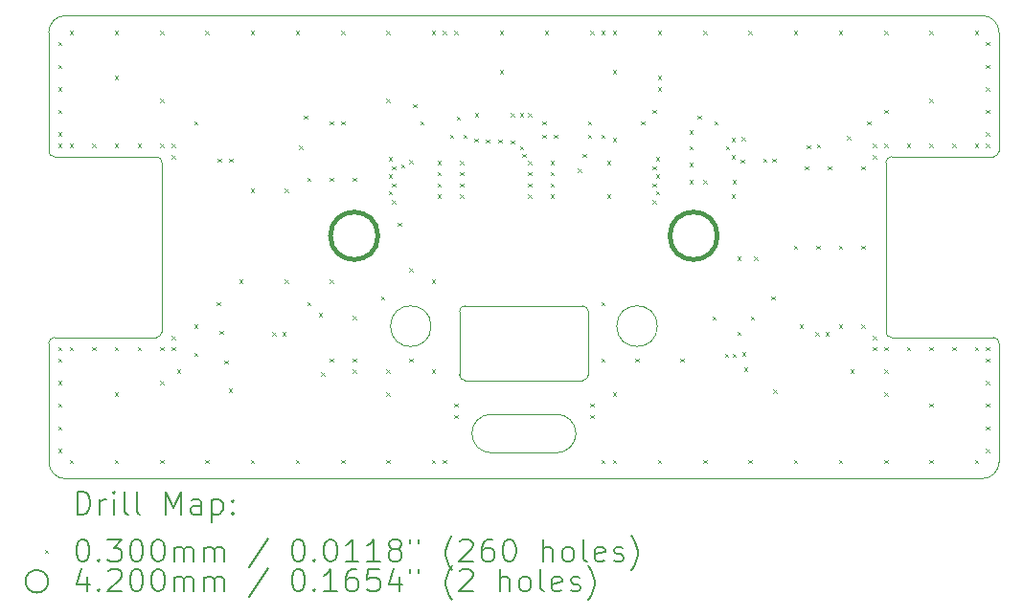
<source format=gbr>
%TF.GenerationSoftware,KiCad,Pcbnew,6.0.10+dfsg-1~bpo11+1*%
%TF.ProjectId,project,70726f6a-6563-4742-9e6b-696361645f70,rev?*%
%TF.SameCoordinates,Original*%
%TF.FileFunction,Drillmap*%
%TF.FilePolarity,Positive*%
%FSLAX45Y45*%
G04 Gerber Fmt 4.5, Leading zero omitted, Abs format (unit mm)*
%MOMM*%
%LPD*%
G01*
G04 APERTURE LIST*
%ADD10C,0.100000*%
%ADD11C,0.200000*%
%ADD12C,0.030000*%
%ADD13C,0.420000*%
G04 APERTURE END LIST*
D10*
X12776250Y-7053750D02*
G75*
G03*
X12626250Y-7203750I0J-150000D01*
G01*
X17116250Y-10923750D02*
G75*
G03*
X17116250Y-10583750I300J170000D01*
G01*
X17346250Y-10283750D02*
X16306250Y-10283750D01*
X16536250Y-10583750D02*
G75*
G03*
X16536250Y-10923750I-300J-170000D01*
G01*
X21026250Y-7203750D02*
G75*
G03*
X20876250Y-7053750I-150000J0D01*
G01*
X12626250Y-9953750D02*
X12626250Y-11003750D01*
X20826250Y-11153750D02*
X12826250Y-11153750D01*
X20026250Y-9853750D02*
X20026250Y-8353750D01*
X20076250Y-8303750D02*
X20976250Y-8303750D01*
X20876250Y-7053750D02*
X12776250Y-7053750D01*
X18006250Y-9803750D02*
G75*
G03*
X18006250Y-9803750I-180000J0D01*
G01*
X16256250Y-10233750D02*
X16256250Y-9673750D01*
X17396250Y-9673750D02*
G75*
G03*
X17346250Y-9623750I-50000J0D01*
G01*
X20976250Y-9903750D02*
X20076250Y-9903750D01*
X16306250Y-9623750D02*
G75*
G03*
X16256250Y-9673750I0J-50000D01*
G01*
X16006250Y-9803750D02*
G75*
G03*
X16006250Y-9803750I-180000J0D01*
G01*
X13576250Y-9903750D02*
G75*
G03*
X13626250Y-9853750I0J50000D01*
G01*
X17346250Y-10283750D02*
G75*
G03*
X17396250Y-10233750I0J50000D01*
G01*
X16536250Y-10583750D02*
X17116250Y-10583750D01*
X20026250Y-9853750D02*
G75*
G03*
X20076250Y-9903750I50000J0D01*
G01*
X13576250Y-9903750D02*
X12676250Y-9903750D01*
X12626250Y-11003750D02*
G75*
G03*
X12776250Y-11153750I150000J0D01*
G01*
X21026250Y-8253750D02*
X21026250Y-7203750D01*
X12626250Y-8253750D02*
G75*
G03*
X12676250Y-8303750I50000J0D01*
G01*
X20876250Y-11153750D02*
X20826250Y-11153750D01*
X17116250Y-10923750D02*
X16536250Y-10923750D01*
X12676250Y-9903750D02*
G75*
G03*
X12626250Y-9953750I0J-50000D01*
G01*
X20076250Y-8303750D02*
G75*
G03*
X20026250Y-8353750I0J-50000D01*
G01*
X17396250Y-9673750D02*
X17396250Y-10233750D01*
X20876250Y-11153750D02*
G75*
G03*
X21026250Y-11003750I0J150000D01*
G01*
X13626250Y-8353750D02*
X13626250Y-9853750D01*
X12626250Y-7203750D02*
X12626250Y-8253750D01*
X20976250Y-8303750D02*
G75*
G03*
X21026250Y-8253750I0J50000D01*
G01*
X13626250Y-8353750D02*
G75*
G03*
X13576250Y-8303750I-50000J0D01*
G01*
X21026250Y-9953750D02*
X21026250Y-11003750D01*
X16306250Y-9623750D02*
X17346250Y-9623750D01*
X12776250Y-11153750D02*
X12826250Y-11153750D01*
X12676250Y-8303750D02*
X13576250Y-8303750D01*
X16256250Y-10233750D02*
G75*
G03*
X16306250Y-10283750I50000J0D01*
G01*
X21026250Y-9953750D02*
G75*
G03*
X20976250Y-9903750I-50000J0D01*
G01*
D11*
D12*
X12711250Y-7288750D02*
X12741250Y-7318750D01*
X12741250Y-7288750D02*
X12711250Y-7318750D01*
X12711250Y-7488750D02*
X12741250Y-7518750D01*
X12741250Y-7488750D02*
X12711250Y-7518750D01*
X12711250Y-7688750D02*
X12741250Y-7718750D01*
X12741250Y-7688750D02*
X12711250Y-7718750D01*
X12711250Y-7888750D02*
X12741250Y-7918750D01*
X12741250Y-7888750D02*
X12711250Y-7918750D01*
X12711250Y-8088750D02*
X12741250Y-8118750D01*
X12741250Y-8088750D02*
X12711250Y-8118750D01*
X12711250Y-8188750D02*
X12741250Y-8218750D01*
X12741250Y-8188750D02*
X12711250Y-8218750D01*
X12711250Y-9988750D02*
X12741250Y-10018750D01*
X12741250Y-9988750D02*
X12711250Y-10018750D01*
X12711250Y-10088750D02*
X12741250Y-10118750D01*
X12741250Y-10088750D02*
X12711250Y-10118750D01*
X12711250Y-10288750D02*
X12741250Y-10318750D01*
X12741250Y-10288750D02*
X12711250Y-10318750D01*
X12711250Y-10488750D02*
X12741250Y-10518750D01*
X12741250Y-10488750D02*
X12711250Y-10518750D01*
X12711250Y-10688750D02*
X12741250Y-10718750D01*
X12741250Y-10688750D02*
X12711250Y-10718750D01*
X12711250Y-10888750D02*
X12741250Y-10918750D01*
X12741250Y-10888750D02*
X12711250Y-10918750D01*
X12811250Y-7188750D02*
X12841250Y-7218750D01*
X12841250Y-7188750D02*
X12811250Y-7218750D01*
X12811250Y-8188750D02*
X12841250Y-8218750D01*
X12841250Y-8188750D02*
X12811250Y-8218750D01*
X12811250Y-9988750D02*
X12841250Y-10018750D01*
X12841250Y-9988750D02*
X12811250Y-10018750D01*
X12811250Y-10988750D02*
X12841250Y-11018750D01*
X12841250Y-10988750D02*
X12811250Y-11018750D01*
X13011250Y-8188750D02*
X13041250Y-8218750D01*
X13041250Y-8188750D02*
X13011250Y-8218750D01*
X13011250Y-9988750D02*
X13041250Y-10018750D01*
X13041250Y-9988750D02*
X13011250Y-10018750D01*
X13211250Y-7188750D02*
X13241250Y-7218750D01*
X13241250Y-7188750D02*
X13211250Y-7218750D01*
X13211250Y-7588750D02*
X13241250Y-7618750D01*
X13241250Y-7588750D02*
X13211250Y-7618750D01*
X13211250Y-8188750D02*
X13241250Y-8218750D01*
X13241250Y-8188750D02*
X13211250Y-8218750D01*
X13211250Y-9988750D02*
X13241250Y-10018750D01*
X13241250Y-9988750D02*
X13211250Y-10018750D01*
X13211250Y-10388750D02*
X13241250Y-10418750D01*
X13241250Y-10388750D02*
X13211250Y-10418750D01*
X13211250Y-10988750D02*
X13241250Y-11018750D01*
X13241250Y-10988750D02*
X13211250Y-11018750D01*
X13411250Y-8188750D02*
X13441250Y-8218750D01*
X13441250Y-8188750D02*
X13411250Y-8218750D01*
X13411250Y-9988750D02*
X13441250Y-10018750D01*
X13441250Y-9988750D02*
X13411250Y-10018750D01*
X13611250Y-7188750D02*
X13641250Y-7218750D01*
X13641250Y-7188750D02*
X13611250Y-7218750D01*
X13611250Y-7788750D02*
X13641250Y-7818750D01*
X13641250Y-7788750D02*
X13611250Y-7818750D01*
X13611250Y-8188750D02*
X13641250Y-8218750D01*
X13641250Y-8188750D02*
X13611250Y-8218750D01*
X13611250Y-9988750D02*
X13641250Y-10018750D01*
X13641250Y-9988750D02*
X13611250Y-10018750D01*
X13611250Y-10288750D02*
X13641250Y-10318750D01*
X13641250Y-10288750D02*
X13611250Y-10318750D01*
X13611250Y-10988750D02*
X13641250Y-11018750D01*
X13641250Y-10988750D02*
X13611250Y-11018750D01*
X13711250Y-8188750D02*
X13741250Y-8218750D01*
X13741250Y-8188750D02*
X13711250Y-8218750D01*
X13711250Y-8288750D02*
X13741250Y-8318750D01*
X13741250Y-8288750D02*
X13711250Y-8318750D01*
X13711250Y-9888750D02*
X13741250Y-9918750D01*
X13741250Y-9888750D02*
X13711250Y-9918750D01*
X13711250Y-9988750D02*
X13741250Y-10018750D01*
X13741250Y-9988750D02*
X13711250Y-10018750D01*
X13761250Y-10188750D02*
X13791250Y-10218750D01*
X13791250Y-10188750D02*
X13761250Y-10218750D01*
X13911250Y-7988750D02*
X13941250Y-8018750D01*
X13941250Y-7988750D02*
X13911250Y-8018750D01*
X13911250Y-9788750D02*
X13941250Y-9818750D01*
X13941250Y-9788750D02*
X13911250Y-9818750D01*
X13911250Y-10038750D02*
X13941250Y-10068750D01*
X13941250Y-10038750D02*
X13911250Y-10068750D01*
X14011250Y-7188750D02*
X14041250Y-7218750D01*
X14041250Y-7188750D02*
X14011250Y-7218750D01*
X14011250Y-10988750D02*
X14041250Y-11018750D01*
X14041250Y-10988750D02*
X14011250Y-11018750D01*
X14111250Y-9588750D02*
X14141250Y-9618750D01*
X14141250Y-9588750D02*
X14111250Y-9618750D01*
X14121250Y-8318750D02*
X14151250Y-8348750D01*
X14151250Y-8318750D02*
X14121250Y-8348750D01*
X14134950Y-9845786D02*
X14164950Y-9875786D01*
X14164950Y-9845786D02*
X14134950Y-9875786D01*
X14177438Y-10104938D02*
X14207438Y-10134938D01*
X14207438Y-10104938D02*
X14177438Y-10134938D01*
X14217708Y-10358124D02*
X14247708Y-10388124D01*
X14247708Y-10358124D02*
X14217708Y-10388124D01*
X14221250Y-8318750D02*
X14251250Y-8348750D01*
X14251250Y-8318750D02*
X14221250Y-8348750D01*
X14311250Y-9388750D02*
X14341250Y-9418750D01*
X14341250Y-9388750D02*
X14311250Y-9418750D01*
X14411250Y-7188750D02*
X14441250Y-7218750D01*
X14441250Y-7188750D02*
X14411250Y-7218750D01*
X14411250Y-8588750D02*
X14441250Y-8618750D01*
X14441250Y-8588750D02*
X14411250Y-8618750D01*
X14411250Y-10988750D02*
X14441250Y-11018750D01*
X14441250Y-10988750D02*
X14411250Y-11018750D01*
X14601250Y-9858750D02*
X14631250Y-9888750D01*
X14631250Y-9858750D02*
X14601250Y-9888750D01*
X14691250Y-9858750D02*
X14721250Y-9888750D01*
X14721250Y-9858750D02*
X14691250Y-9888750D01*
X14711250Y-8588750D02*
X14741250Y-8618750D01*
X14741250Y-8588750D02*
X14711250Y-8618750D01*
X14711250Y-9388750D02*
X14741250Y-9418750D01*
X14741250Y-9388750D02*
X14711250Y-9418750D01*
X14811250Y-7188750D02*
X14841250Y-7218750D01*
X14841250Y-7188750D02*
X14811250Y-7218750D01*
X14811250Y-10988750D02*
X14841250Y-11018750D01*
X14841250Y-10988750D02*
X14811250Y-11018750D01*
X14841250Y-8206300D02*
X14871250Y-8236300D01*
X14871250Y-8206300D02*
X14841250Y-8236300D01*
X14881250Y-7938750D02*
X14911250Y-7968750D01*
X14911250Y-7938750D02*
X14881250Y-7968750D01*
X14911250Y-8488750D02*
X14941250Y-8518750D01*
X14941250Y-8488750D02*
X14911250Y-8518750D01*
X14911250Y-9588750D02*
X14941250Y-9618750D01*
X14941250Y-9588750D02*
X14911250Y-9618750D01*
X15011250Y-9688750D02*
X15041250Y-9718750D01*
X15041250Y-9688750D02*
X15011250Y-9718750D01*
X15033616Y-10211800D02*
X15063616Y-10241800D01*
X15063616Y-10211800D02*
X15033616Y-10241800D01*
X15111250Y-7988750D02*
X15141250Y-8018750D01*
X15141250Y-7988750D02*
X15111250Y-8018750D01*
X15111250Y-8488750D02*
X15141250Y-8518750D01*
X15141250Y-8488750D02*
X15111250Y-8518750D01*
X15111250Y-9388750D02*
X15141250Y-9418750D01*
X15141250Y-9388750D02*
X15111250Y-9418750D01*
X15111250Y-10088750D02*
X15141250Y-10118750D01*
X15141250Y-10088750D02*
X15111250Y-10118750D01*
X15211250Y-7188750D02*
X15241250Y-7218750D01*
X15241250Y-7188750D02*
X15211250Y-7218750D01*
X15211250Y-7988750D02*
X15241250Y-8018750D01*
X15241250Y-7988750D02*
X15211250Y-8018750D01*
X15211250Y-10988750D02*
X15241250Y-11018750D01*
X15241250Y-10988750D02*
X15211250Y-11018750D01*
X15311250Y-8488750D02*
X15341250Y-8518750D01*
X15341250Y-8488750D02*
X15311250Y-8518750D01*
X15311250Y-9711875D02*
X15341250Y-9741875D01*
X15341250Y-9711875D02*
X15311250Y-9741875D01*
X15311250Y-10088750D02*
X15341250Y-10118750D01*
X15341250Y-10088750D02*
X15311250Y-10118750D01*
X15311250Y-10188750D02*
X15341250Y-10218750D01*
X15341250Y-10188750D02*
X15311250Y-10218750D01*
X15561250Y-9538750D02*
X15591250Y-9568750D01*
X15591250Y-9538750D02*
X15561250Y-9568750D01*
X15611250Y-7188750D02*
X15641250Y-7218750D01*
X15641250Y-7188750D02*
X15611250Y-7218750D01*
X15611250Y-7788750D02*
X15641250Y-7818750D01*
X15641250Y-7788750D02*
X15611250Y-7818750D01*
X15611250Y-10188750D02*
X15641250Y-10218750D01*
X15641250Y-10188750D02*
X15611250Y-10218750D01*
X15611250Y-10388750D02*
X15641250Y-10418750D01*
X15641250Y-10388750D02*
X15611250Y-10418750D01*
X15611250Y-10988750D02*
X15641250Y-11018750D01*
X15641250Y-10988750D02*
X15611250Y-11018750D01*
X15631250Y-8308750D02*
X15661250Y-8338750D01*
X15661250Y-8308750D02*
X15631250Y-8338750D01*
X15631250Y-8458750D02*
X15661250Y-8488750D01*
X15661250Y-8458750D02*
X15631250Y-8488750D01*
X15631250Y-8608750D02*
X15661250Y-8638750D01*
X15661250Y-8608750D02*
X15631250Y-8638750D01*
X15661250Y-8388750D02*
X15691250Y-8418750D01*
X15691250Y-8388750D02*
X15661250Y-8418750D01*
X15661250Y-8538750D02*
X15691250Y-8568750D01*
X15691250Y-8538750D02*
X15661250Y-8568750D01*
X15661250Y-8688750D02*
X15691250Y-8718750D01*
X15691250Y-8688750D02*
X15661250Y-8718750D01*
X15711250Y-8888750D02*
X15741250Y-8918750D01*
X15741250Y-8888750D02*
X15711250Y-8918750D01*
X15741250Y-8368750D02*
X15771250Y-8398750D01*
X15771250Y-8368750D02*
X15741250Y-8398750D01*
X15811250Y-8332337D02*
X15841250Y-8362337D01*
X15841250Y-8332337D02*
X15811250Y-8362337D01*
X15811250Y-9288750D02*
X15841250Y-9318750D01*
X15841250Y-9288750D02*
X15811250Y-9318750D01*
X15811250Y-10088750D02*
X15841250Y-10118750D01*
X15841250Y-10088750D02*
X15811250Y-10118750D01*
X15848390Y-7835890D02*
X15878390Y-7865890D01*
X15878390Y-7835890D02*
X15848390Y-7865890D01*
X15911250Y-7988750D02*
X15941250Y-8018750D01*
X15941250Y-7988750D02*
X15911250Y-8018750D01*
X16011250Y-7188750D02*
X16041250Y-7218750D01*
X16041250Y-7188750D02*
X16011250Y-7218750D01*
X16011250Y-9388750D02*
X16041250Y-9418750D01*
X16041250Y-9388750D02*
X16011250Y-9418750D01*
X16011250Y-10188750D02*
X16041250Y-10218750D01*
X16041250Y-10188750D02*
X16011250Y-10218750D01*
X16011250Y-10988750D02*
X16041250Y-11018750D01*
X16041250Y-10988750D02*
X16011250Y-11018750D01*
X16061250Y-8338750D02*
X16091250Y-8368750D01*
X16091250Y-8338750D02*
X16061250Y-8368750D01*
X16061250Y-8438750D02*
X16091250Y-8468750D01*
X16091250Y-8438750D02*
X16061250Y-8468750D01*
X16061250Y-8538750D02*
X16091250Y-8568750D01*
X16091250Y-8538750D02*
X16061250Y-8568750D01*
X16061250Y-8638750D02*
X16091250Y-8668750D01*
X16091250Y-8638750D02*
X16061250Y-8668750D01*
X16111250Y-7188750D02*
X16141250Y-7218750D01*
X16141250Y-7188750D02*
X16111250Y-7218750D01*
X16111250Y-10988750D02*
X16141250Y-11018750D01*
X16141250Y-10988750D02*
X16111250Y-11018750D01*
X16171250Y-8108750D02*
X16201250Y-8138750D01*
X16201250Y-8108750D02*
X16171250Y-8138750D01*
X16211250Y-7188750D02*
X16241250Y-7218750D01*
X16241250Y-7188750D02*
X16211250Y-7218750D01*
X16211250Y-10488750D02*
X16241250Y-10518750D01*
X16241250Y-10488750D02*
X16211250Y-10518750D01*
X16211250Y-10588750D02*
X16241250Y-10618750D01*
X16241250Y-10588750D02*
X16211250Y-10618750D01*
X16231250Y-7948750D02*
X16261250Y-7978750D01*
X16261250Y-7948750D02*
X16231250Y-7978750D01*
X16261250Y-8338750D02*
X16291250Y-8368750D01*
X16291250Y-8338750D02*
X16261250Y-8368750D01*
X16261250Y-8438750D02*
X16291250Y-8468750D01*
X16291250Y-8438750D02*
X16261250Y-8468750D01*
X16261250Y-8538750D02*
X16291250Y-8568750D01*
X16291250Y-8538750D02*
X16261250Y-8568750D01*
X16261250Y-8638750D02*
X16291250Y-8668750D01*
X16291250Y-8638750D02*
X16261250Y-8668750D01*
X16291250Y-8108750D02*
X16321250Y-8138750D01*
X16321250Y-8108750D02*
X16291250Y-8138750D01*
X16387394Y-8142606D02*
X16417394Y-8172606D01*
X16417394Y-8142606D02*
X16387394Y-8172606D01*
X16391250Y-7918750D02*
X16421250Y-7948750D01*
X16421250Y-7918750D02*
X16391250Y-7948750D01*
X16491250Y-8148750D02*
X16521250Y-8178750D01*
X16521250Y-8148750D02*
X16491250Y-8178750D01*
X16600831Y-8152468D02*
X16630831Y-8182468D01*
X16630831Y-8152468D02*
X16600831Y-8182468D01*
X16611250Y-7188750D02*
X16641250Y-7218750D01*
X16641250Y-7188750D02*
X16611250Y-7218750D01*
X16611250Y-7538750D02*
X16641250Y-7568750D01*
X16641250Y-7538750D02*
X16611250Y-7568750D01*
X16711250Y-7918750D02*
X16741250Y-7948750D01*
X16741250Y-7918750D02*
X16711250Y-7948750D01*
X16711250Y-8158750D02*
X16741250Y-8188750D01*
X16741250Y-8158750D02*
X16711250Y-8188750D01*
X16791250Y-7918750D02*
X16821250Y-7948750D01*
X16821250Y-7918750D02*
X16791250Y-7948750D01*
X16791250Y-8208750D02*
X16821250Y-8238750D01*
X16821250Y-8208750D02*
X16791250Y-8238750D01*
X16811250Y-8278750D02*
X16841250Y-8308750D01*
X16841250Y-8278750D02*
X16811250Y-8308750D01*
X16861250Y-7918750D02*
X16891250Y-7948750D01*
X16891250Y-7918750D02*
X16861250Y-7948750D01*
X16861250Y-8338750D02*
X16891250Y-8368750D01*
X16891250Y-8338750D02*
X16861250Y-8368750D01*
X16861250Y-8438750D02*
X16891250Y-8468750D01*
X16891250Y-8438750D02*
X16861250Y-8468750D01*
X16861250Y-8538750D02*
X16891250Y-8568750D01*
X16891250Y-8538750D02*
X16861250Y-8568750D01*
X16861250Y-8638750D02*
X16891250Y-8668750D01*
X16891250Y-8638750D02*
X16861250Y-8668750D01*
X16991250Y-7988750D02*
X17021250Y-8018750D01*
X17021250Y-7988750D02*
X16991250Y-8018750D01*
X16991250Y-8108750D02*
X17021250Y-8138750D01*
X17021250Y-8108750D02*
X16991250Y-8138750D01*
X17011250Y-7188750D02*
X17041250Y-7218750D01*
X17041250Y-7188750D02*
X17011250Y-7218750D01*
X17061250Y-8338750D02*
X17091250Y-8368750D01*
X17091250Y-8338750D02*
X17061250Y-8368750D01*
X17061250Y-8438750D02*
X17091250Y-8468750D01*
X17091250Y-8438750D02*
X17061250Y-8468750D01*
X17061250Y-8538750D02*
X17091250Y-8568750D01*
X17091250Y-8538750D02*
X17061250Y-8568750D01*
X17061250Y-8638750D02*
X17091250Y-8668750D01*
X17091250Y-8638750D02*
X17061250Y-8668750D01*
X17091250Y-8108750D02*
X17121250Y-8138750D01*
X17121250Y-8108750D02*
X17091250Y-8138750D01*
X17301300Y-8408750D02*
X17331300Y-8438750D01*
X17331300Y-8408750D02*
X17301300Y-8438750D01*
X17344141Y-8275859D02*
X17374141Y-8305859D01*
X17374141Y-8275859D02*
X17344141Y-8305859D01*
X17391250Y-7988750D02*
X17421250Y-8018750D01*
X17421250Y-7988750D02*
X17391250Y-8018750D01*
X17391250Y-8108750D02*
X17421250Y-8138750D01*
X17421250Y-8108750D02*
X17391250Y-8138750D01*
X17411250Y-7188750D02*
X17441250Y-7218750D01*
X17441250Y-7188750D02*
X17411250Y-7218750D01*
X17411250Y-10488750D02*
X17441250Y-10518750D01*
X17441250Y-10488750D02*
X17411250Y-10518750D01*
X17411250Y-10588750D02*
X17441250Y-10618750D01*
X17441250Y-10588750D02*
X17411250Y-10618750D01*
X17511250Y-7188750D02*
X17541250Y-7218750D01*
X17541250Y-7188750D02*
X17511250Y-7218750D01*
X17511250Y-8108750D02*
X17541250Y-8138750D01*
X17541250Y-8108750D02*
X17511250Y-8138750D01*
X17511250Y-9588750D02*
X17541250Y-9618750D01*
X17541250Y-9588750D02*
X17511250Y-9618750D01*
X17511250Y-10088750D02*
X17541250Y-10118750D01*
X17541250Y-10088750D02*
X17511250Y-10118750D01*
X17511250Y-10988750D02*
X17541250Y-11018750D01*
X17541250Y-10988750D02*
X17511250Y-11018750D01*
X17561250Y-8338750D02*
X17591250Y-8368750D01*
X17591250Y-8338750D02*
X17561250Y-8368750D01*
X17561250Y-8638750D02*
X17591250Y-8668750D01*
X17591250Y-8638750D02*
X17561250Y-8668750D01*
X17611250Y-7188750D02*
X17641250Y-7218750D01*
X17641250Y-7188750D02*
X17611250Y-7218750D01*
X17611250Y-7538750D02*
X17641250Y-7568750D01*
X17641250Y-7538750D02*
X17611250Y-7568750D01*
X17611250Y-8138750D02*
X17641250Y-8168750D01*
X17641250Y-8138750D02*
X17611250Y-8168750D01*
X17611250Y-10388750D02*
X17641250Y-10418750D01*
X17641250Y-10388750D02*
X17611250Y-10418750D01*
X17611250Y-10988750D02*
X17641250Y-11018750D01*
X17641250Y-10988750D02*
X17611250Y-11018750D01*
X17811250Y-10088750D02*
X17841250Y-10118750D01*
X17841250Y-10088750D02*
X17811250Y-10118750D01*
X17861250Y-7988750D02*
X17891250Y-8018750D01*
X17891250Y-7988750D02*
X17861250Y-8018750D01*
X17961250Y-7888750D02*
X17991250Y-7918750D01*
X17991250Y-7888750D02*
X17961250Y-7918750D01*
X17961250Y-8388750D02*
X17991250Y-8418750D01*
X17991250Y-8388750D02*
X17961250Y-8418750D01*
X17961250Y-8538750D02*
X17991250Y-8568750D01*
X17991250Y-8538750D02*
X17961250Y-8568750D01*
X17961250Y-8688750D02*
X17991250Y-8718750D01*
X17991250Y-8688750D02*
X17961250Y-8718750D01*
X17991250Y-8308750D02*
X18021250Y-8338750D01*
X18021250Y-8308750D02*
X17991250Y-8338750D01*
X17991250Y-8458750D02*
X18021250Y-8488750D01*
X18021250Y-8458750D02*
X17991250Y-8488750D01*
X17991250Y-8608750D02*
X18021250Y-8638750D01*
X18021250Y-8608750D02*
X17991250Y-8638750D01*
X18011250Y-7188750D02*
X18041250Y-7218750D01*
X18041250Y-7188750D02*
X18011250Y-7218750D01*
X18011250Y-7588750D02*
X18041250Y-7618750D01*
X18041250Y-7588750D02*
X18011250Y-7618750D01*
X18011250Y-7688750D02*
X18041250Y-7718750D01*
X18041250Y-7688750D02*
X18011250Y-7718750D01*
X18011250Y-10988750D02*
X18041250Y-11018750D01*
X18041250Y-10988750D02*
X18011250Y-11018750D01*
X18211250Y-10088750D02*
X18241250Y-10118750D01*
X18241250Y-10088750D02*
X18211250Y-10118750D01*
X18291250Y-8068750D02*
X18321250Y-8098750D01*
X18321250Y-8068750D02*
X18291250Y-8098750D01*
X18291250Y-8208750D02*
X18321250Y-8238750D01*
X18321250Y-8208750D02*
X18291250Y-8238750D01*
X18291250Y-8358750D02*
X18321250Y-8388750D01*
X18321250Y-8358750D02*
X18291250Y-8388750D01*
X18291250Y-8508750D02*
X18321250Y-8538750D01*
X18321250Y-8508750D02*
X18291250Y-8538750D01*
X18361250Y-7938750D02*
X18391250Y-7968750D01*
X18391250Y-7938750D02*
X18361250Y-7968750D01*
X18411250Y-7188750D02*
X18441250Y-7218750D01*
X18441250Y-7188750D02*
X18411250Y-7218750D01*
X18411250Y-8508750D02*
X18441250Y-8538750D01*
X18441250Y-8508750D02*
X18411250Y-8538750D01*
X18411250Y-10988750D02*
X18441250Y-11018750D01*
X18441250Y-10988750D02*
X18411250Y-11018750D01*
X18491250Y-9718750D02*
X18521250Y-9748750D01*
X18521250Y-9718750D02*
X18491250Y-9748750D01*
X18511250Y-7988750D02*
X18541250Y-8018750D01*
X18541250Y-7988750D02*
X18511250Y-8018750D01*
X18601250Y-10048750D02*
X18631250Y-10078750D01*
X18631250Y-10048750D02*
X18601250Y-10078750D01*
X18611250Y-8208750D02*
X18641250Y-8238750D01*
X18641250Y-8208750D02*
X18611250Y-8238750D01*
X18661250Y-8138750D02*
X18691250Y-8168750D01*
X18691250Y-8138750D02*
X18661250Y-8168750D01*
X18661250Y-8288750D02*
X18691250Y-8318750D01*
X18691250Y-8288750D02*
X18661250Y-8318750D01*
X18661250Y-8638750D02*
X18691250Y-8668750D01*
X18691250Y-8638750D02*
X18661250Y-8668750D01*
X18671250Y-8508750D02*
X18701250Y-8538750D01*
X18701250Y-8508750D02*
X18671250Y-8538750D01*
X18671250Y-10048750D02*
X18701250Y-10078750D01*
X18701250Y-10048750D02*
X18671250Y-10078750D01*
X18711250Y-9188750D02*
X18741250Y-9218750D01*
X18741250Y-9188750D02*
X18711250Y-9218750D01*
X18711250Y-9851300D02*
X18741250Y-9881300D01*
X18741250Y-9851300D02*
X18711250Y-9881300D01*
X18741250Y-8328750D02*
X18771250Y-8358750D01*
X18771250Y-8328750D02*
X18741250Y-8358750D01*
X18751250Y-8128750D02*
X18781250Y-8158750D01*
X18781250Y-8128750D02*
X18751250Y-8158750D01*
X18756300Y-10033869D02*
X18786300Y-10063869D01*
X18786300Y-10033869D02*
X18756300Y-10063869D01*
X18771250Y-10168750D02*
X18801250Y-10198750D01*
X18801250Y-10168750D02*
X18771250Y-10198750D01*
X18811250Y-7188750D02*
X18841250Y-7218750D01*
X18841250Y-7188750D02*
X18811250Y-7218750D01*
X18811250Y-10988750D02*
X18841250Y-11018750D01*
X18841250Y-10988750D02*
X18811250Y-11018750D01*
X18831250Y-9718750D02*
X18861250Y-9748750D01*
X18861250Y-9718750D02*
X18831250Y-9748750D01*
X18861250Y-9188750D02*
X18891250Y-9218750D01*
X18891250Y-9188750D02*
X18861250Y-9218750D01*
X18941250Y-8318750D02*
X18971250Y-8348750D01*
X18971250Y-8318750D02*
X18941250Y-8348750D01*
X19011250Y-9538750D02*
X19041250Y-9568750D01*
X19041250Y-9538750D02*
X19011250Y-9568750D01*
X19021250Y-8318750D02*
X19051250Y-8348750D01*
X19051250Y-8318750D02*
X19021250Y-8348750D01*
X19028257Y-10366250D02*
X19058257Y-10396250D01*
X19058257Y-10366250D02*
X19028257Y-10396250D01*
X19211250Y-7188750D02*
X19241250Y-7218750D01*
X19241250Y-7188750D02*
X19211250Y-7218750D01*
X19211250Y-9088750D02*
X19241250Y-9118750D01*
X19241250Y-9088750D02*
X19211250Y-9118750D01*
X19211250Y-10988750D02*
X19241250Y-11018750D01*
X19241250Y-10988750D02*
X19211250Y-11018750D01*
X19261250Y-9788750D02*
X19291250Y-9818750D01*
X19291250Y-9788750D02*
X19261250Y-9818750D01*
X19311250Y-8388750D02*
X19341250Y-8418750D01*
X19341250Y-8388750D02*
X19311250Y-8418750D01*
X19324352Y-8201852D02*
X19354352Y-8231852D01*
X19354352Y-8201852D02*
X19324352Y-8231852D01*
X19401250Y-9858750D02*
X19431250Y-9888750D01*
X19431250Y-9858750D02*
X19401250Y-9888750D01*
X19411250Y-9088750D02*
X19441250Y-9118750D01*
X19441250Y-9088750D02*
X19411250Y-9118750D01*
X19416743Y-8194243D02*
X19446743Y-8224243D01*
X19446743Y-8194243D02*
X19416743Y-8224243D01*
X19491250Y-9858750D02*
X19521250Y-9888750D01*
X19521250Y-9858750D02*
X19491250Y-9888750D01*
X19511250Y-8388750D02*
X19541250Y-8418750D01*
X19541250Y-8388750D02*
X19511250Y-8418750D01*
X19611250Y-7188750D02*
X19641250Y-7218750D01*
X19641250Y-7188750D02*
X19611250Y-7218750D01*
X19611250Y-9088750D02*
X19641250Y-9118750D01*
X19641250Y-9088750D02*
X19611250Y-9118750D01*
X19611250Y-9788750D02*
X19641250Y-9818750D01*
X19641250Y-9788750D02*
X19611250Y-9818750D01*
X19611250Y-10988750D02*
X19641250Y-11018750D01*
X19641250Y-10988750D02*
X19611250Y-11018750D01*
X19681250Y-8118750D02*
X19711250Y-8148750D01*
X19711250Y-8118750D02*
X19681250Y-8148750D01*
X19711250Y-10188750D02*
X19741250Y-10218750D01*
X19741250Y-10188750D02*
X19711250Y-10218750D01*
X19811250Y-8388750D02*
X19841250Y-8418750D01*
X19841250Y-8388750D02*
X19811250Y-8418750D01*
X19811250Y-9088750D02*
X19841250Y-9118750D01*
X19841250Y-9088750D02*
X19811250Y-9118750D01*
X19811250Y-9788750D02*
X19841250Y-9818750D01*
X19841250Y-9788750D02*
X19811250Y-9818750D01*
X19861250Y-7988750D02*
X19891250Y-8018750D01*
X19891250Y-7988750D02*
X19861250Y-8018750D01*
X19911250Y-8188750D02*
X19941250Y-8218750D01*
X19941250Y-8188750D02*
X19911250Y-8218750D01*
X19911250Y-8288750D02*
X19941250Y-8318750D01*
X19941250Y-8288750D02*
X19911250Y-8318750D01*
X19911250Y-9888750D02*
X19941250Y-9918750D01*
X19941250Y-9888750D02*
X19911250Y-9918750D01*
X19911250Y-9988750D02*
X19941250Y-10018750D01*
X19941250Y-9988750D02*
X19911250Y-10018750D01*
X20011250Y-7188750D02*
X20041250Y-7218750D01*
X20041250Y-7188750D02*
X20011250Y-7218750D01*
X20011250Y-7888750D02*
X20041250Y-7918750D01*
X20041250Y-7888750D02*
X20011250Y-7918750D01*
X20011250Y-8188750D02*
X20041250Y-8218750D01*
X20041250Y-8188750D02*
X20011250Y-8218750D01*
X20011250Y-9988750D02*
X20041250Y-10018750D01*
X20041250Y-9988750D02*
X20011250Y-10018750D01*
X20011250Y-10188750D02*
X20041250Y-10218750D01*
X20041250Y-10188750D02*
X20011250Y-10218750D01*
X20011250Y-10388750D02*
X20041250Y-10418750D01*
X20041250Y-10388750D02*
X20011250Y-10418750D01*
X20011250Y-10988750D02*
X20041250Y-11018750D01*
X20041250Y-10988750D02*
X20011250Y-11018750D01*
X20211250Y-8188750D02*
X20241250Y-8218750D01*
X20241250Y-8188750D02*
X20211250Y-8218750D01*
X20211250Y-9988750D02*
X20241250Y-10018750D01*
X20241250Y-9988750D02*
X20211250Y-10018750D01*
X20411250Y-7188750D02*
X20441250Y-7218750D01*
X20441250Y-7188750D02*
X20411250Y-7218750D01*
X20411250Y-7788750D02*
X20441250Y-7818750D01*
X20441250Y-7788750D02*
X20411250Y-7818750D01*
X20411250Y-8188750D02*
X20441250Y-8218750D01*
X20441250Y-8188750D02*
X20411250Y-8218750D01*
X20411250Y-9988750D02*
X20441250Y-10018750D01*
X20441250Y-9988750D02*
X20411250Y-10018750D01*
X20411250Y-10488750D02*
X20441250Y-10518750D01*
X20441250Y-10488750D02*
X20411250Y-10518750D01*
X20411250Y-10988750D02*
X20441250Y-11018750D01*
X20441250Y-10988750D02*
X20411250Y-11018750D01*
X20611250Y-8188750D02*
X20641250Y-8218750D01*
X20641250Y-8188750D02*
X20611250Y-8218750D01*
X20611250Y-9988750D02*
X20641250Y-10018750D01*
X20641250Y-9988750D02*
X20611250Y-10018750D01*
X20811250Y-7188750D02*
X20841250Y-7218750D01*
X20841250Y-7188750D02*
X20811250Y-7218750D01*
X20811250Y-8188750D02*
X20841250Y-8218750D01*
X20841250Y-8188750D02*
X20811250Y-8218750D01*
X20811250Y-9988750D02*
X20841250Y-10018750D01*
X20841250Y-9988750D02*
X20811250Y-10018750D01*
X20811250Y-10988750D02*
X20841250Y-11018750D01*
X20841250Y-10988750D02*
X20811250Y-11018750D01*
X20911250Y-7288750D02*
X20941250Y-7318750D01*
X20941250Y-7288750D02*
X20911250Y-7318750D01*
X20911250Y-7488750D02*
X20941250Y-7518750D01*
X20941250Y-7488750D02*
X20911250Y-7518750D01*
X20911250Y-7688750D02*
X20941250Y-7718750D01*
X20941250Y-7688750D02*
X20911250Y-7718750D01*
X20911250Y-7888750D02*
X20941250Y-7918750D01*
X20941250Y-7888750D02*
X20911250Y-7918750D01*
X20911250Y-8088750D02*
X20941250Y-8118750D01*
X20941250Y-8088750D02*
X20911250Y-8118750D01*
X20911250Y-8188750D02*
X20941250Y-8218750D01*
X20941250Y-8188750D02*
X20911250Y-8218750D01*
X20911250Y-9988750D02*
X20941250Y-10018750D01*
X20941250Y-9988750D02*
X20911250Y-10018750D01*
X20911250Y-10088750D02*
X20941250Y-10118750D01*
X20941250Y-10088750D02*
X20911250Y-10118750D01*
X20911250Y-10288750D02*
X20941250Y-10318750D01*
X20941250Y-10288750D02*
X20911250Y-10318750D01*
X20911250Y-10488750D02*
X20941250Y-10518750D01*
X20941250Y-10488750D02*
X20911250Y-10518750D01*
X20911250Y-10688750D02*
X20941250Y-10718750D01*
X20941250Y-10688750D02*
X20911250Y-10718750D01*
X20911250Y-10888750D02*
X20941250Y-10918750D01*
X20941250Y-10888750D02*
X20911250Y-10918750D01*
D13*
X15536250Y-9003750D02*
G75*
G03*
X15536250Y-9003750I-210000J0D01*
G01*
X18536250Y-9003750D02*
G75*
G03*
X18536250Y-9003750I-210000J0D01*
G01*
D11*
X12878869Y-11469226D02*
X12878869Y-11269226D01*
X12926488Y-11269226D01*
X12955059Y-11278750D01*
X12974107Y-11297798D01*
X12983631Y-11316845D01*
X12993155Y-11354940D01*
X12993155Y-11383512D01*
X12983631Y-11421607D01*
X12974107Y-11440655D01*
X12955059Y-11459702D01*
X12926488Y-11469226D01*
X12878869Y-11469226D01*
X13078869Y-11469226D02*
X13078869Y-11335893D01*
X13078869Y-11373988D02*
X13088393Y-11354940D01*
X13097917Y-11345417D01*
X13116964Y-11335893D01*
X13136012Y-11335893D01*
X13202678Y-11469226D02*
X13202678Y-11335893D01*
X13202678Y-11269226D02*
X13193155Y-11278750D01*
X13202678Y-11288274D01*
X13212202Y-11278750D01*
X13202678Y-11269226D01*
X13202678Y-11288274D01*
X13326488Y-11469226D02*
X13307440Y-11459702D01*
X13297917Y-11440655D01*
X13297917Y-11269226D01*
X13431250Y-11469226D02*
X13412202Y-11459702D01*
X13402678Y-11440655D01*
X13402678Y-11269226D01*
X13659821Y-11469226D02*
X13659821Y-11269226D01*
X13726488Y-11412083D01*
X13793155Y-11269226D01*
X13793155Y-11469226D01*
X13974107Y-11469226D02*
X13974107Y-11364464D01*
X13964583Y-11345417D01*
X13945536Y-11335893D01*
X13907440Y-11335893D01*
X13888393Y-11345417D01*
X13974107Y-11459702D02*
X13955059Y-11469226D01*
X13907440Y-11469226D01*
X13888393Y-11459702D01*
X13878869Y-11440655D01*
X13878869Y-11421607D01*
X13888393Y-11402559D01*
X13907440Y-11393036D01*
X13955059Y-11393036D01*
X13974107Y-11383512D01*
X14069345Y-11335893D02*
X14069345Y-11535893D01*
X14069345Y-11345417D02*
X14088393Y-11335893D01*
X14126488Y-11335893D01*
X14145536Y-11345417D01*
X14155059Y-11354940D01*
X14164583Y-11373988D01*
X14164583Y-11431131D01*
X14155059Y-11450178D01*
X14145536Y-11459702D01*
X14126488Y-11469226D01*
X14088393Y-11469226D01*
X14069345Y-11459702D01*
X14250298Y-11450178D02*
X14259821Y-11459702D01*
X14250298Y-11469226D01*
X14240774Y-11459702D01*
X14250298Y-11450178D01*
X14250298Y-11469226D01*
X14250298Y-11345417D02*
X14259821Y-11354940D01*
X14250298Y-11364464D01*
X14240774Y-11354940D01*
X14250298Y-11345417D01*
X14250298Y-11364464D01*
D12*
X12591250Y-11783750D02*
X12621250Y-11813750D01*
X12621250Y-11783750D02*
X12591250Y-11813750D01*
D11*
X12916964Y-11689226D02*
X12936012Y-11689226D01*
X12955059Y-11698750D01*
X12964583Y-11708274D01*
X12974107Y-11727321D01*
X12983631Y-11765417D01*
X12983631Y-11813036D01*
X12974107Y-11851131D01*
X12964583Y-11870178D01*
X12955059Y-11879702D01*
X12936012Y-11889226D01*
X12916964Y-11889226D01*
X12897917Y-11879702D01*
X12888393Y-11870178D01*
X12878869Y-11851131D01*
X12869345Y-11813036D01*
X12869345Y-11765417D01*
X12878869Y-11727321D01*
X12888393Y-11708274D01*
X12897917Y-11698750D01*
X12916964Y-11689226D01*
X13069345Y-11870178D02*
X13078869Y-11879702D01*
X13069345Y-11889226D01*
X13059821Y-11879702D01*
X13069345Y-11870178D01*
X13069345Y-11889226D01*
X13145536Y-11689226D02*
X13269345Y-11689226D01*
X13202678Y-11765417D01*
X13231250Y-11765417D01*
X13250298Y-11774940D01*
X13259821Y-11784464D01*
X13269345Y-11803512D01*
X13269345Y-11851131D01*
X13259821Y-11870178D01*
X13250298Y-11879702D01*
X13231250Y-11889226D01*
X13174107Y-11889226D01*
X13155059Y-11879702D01*
X13145536Y-11870178D01*
X13393155Y-11689226D02*
X13412202Y-11689226D01*
X13431250Y-11698750D01*
X13440774Y-11708274D01*
X13450298Y-11727321D01*
X13459821Y-11765417D01*
X13459821Y-11813036D01*
X13450298Y-11851131D01*
X13440774Y-11870178D01*
X13431250Y-11879702D01*
X13412202Y-11889226D01*
X13393155Y-11889226D01*
X13374107Y-11879702D01*
X13364583Y-11870178D01*
X13355059Y-11851131D01*
X13345536Y-11813036D01*
X13345536Y-11765417D01*
X13355059Y-11727321D01*
X13364583Y-11708274D01*
X13374107Y-11698750D01*
X13393155Y-11689226D01*
X13583631Y-11689226D02*
X13602678Y-11689226D01*
X13621726Y-11698750D01*
X13631250Y-11708274D01*
X13640774Y-11727321D01*
X13650298Y-11765417D01*
X13650298Y-11813036D01*
X13640774Y-11851131D01*
X13631250Y-11870178D01*
X13621726Y-11879702D01*
X13602678Y-11889226D01*
X13583631Y-11889226D01*
X13564583Y-11879702D01*
X13555059Y-11870178D01*
X13545536Y-11851131D01*
X13536012Y-11813036D01*
X13536012Y-11765417D01*
X13545536Y-11727321D01*
X13555059Y-11708274D01*
X13564583Y-11698750D01*
X13583631Y-11689226D01*
X13736012Y-11889226D02*
X13736012Y-11755893D01*
X13736012Y-11774940D02*
X13745536Y-11765417D01*
X13764583Y-11755893D01*
X13793155Y-11755893D01*
X13812202Y-11765417D01*
X13821726Y-11784464D01*
X13821726Y-11889226D01*
X13821726Y-11784464D02*
X13831250Y-11765417D01*
X13850298Y-11755893D01*
X13878869Y-11755893D01*
X13897917Y-11765417D01*
X13907440Y-11784464D01*
X13907440Y-11889226D01*
X14002678Y-11889226D02*
X14002678Y-11755893D01*
X14002678Y-11774940D02*
X14012202Y-11765417D01*
X14031250Y-11755893D01*
X14059821Y-11755893D01*
X14078869Y-11765417D01*
X14088393Y-11784464D01*
X14088393Y-11889226D01*
X14088393Y-11784464D02*
X14097917Y-11765417D01*
X14116964Y-11755893D01*
X14145536Y-11755893D01*
X14164583Y-11765417D01*
X14174107Y-11784464D01*
X14174107Y-11889226D01*
X14564583Y-11679702D02*
X14393155Y-11936845D01*
X14821726Y-11689226D02*
X14840774Y-11689226D01*
X14859821Y-11698750D01*
X14869345Y-11708274D01*
X14878869Y-11727321D01*
X14888393Y-11765417D01*
X14888393Y-11813036D01*
X14878869Y-11851131D01*
X14869345Y-11870178D01*
X14859821Y-11879702D01*
X14840774Y-11889226D01*
X14821726Y-11889226D01*
X14802678Y-11879702D01*
X14793155Y-11870178D01*
X14783631Y-11851131D01*
X14774107Y-11813036D01*
X14774107Y-11765417D01*
X14783631Y-11727321D01*
X14793155Y-11708274D01*
X14802678Y-11698750D01*
X14821726Y-11689226D01*
X14974107Y-11870178D02*
X14983631Y-11879702D01*
X14974107Y-11889226D01*
X14964583Y-11879702D01*
X14974107Y-11870178D01*
X14974107Y-11889226D01*
X15107440Y-11689226D02*
X15126488Y-11689226D01*
X15145536Y-11698750D01*
X15155059Y-11708274D01*
X15164583Y-11727321D01*
X15174107Y-11765417D01*
X15174107Y-11813036D01*
X15164583Y-11851131D01*
X15155059Y-11870178D01*
X15145536Y-11879702D01*
X15126488Y-11889226D01*
X15107440Y-11889226D01*
X15088393Y-11879702D01*
X15078869Y-11870178D01*
X15069345Y-11851131D01*
X15059821Y-11813036D01*
X15059821Y-11765417D01*
X15069345Y-11727321D01*
X15078869Y-11708274D01*
X15088393Y-11698750D01*
X15107440Y-11689226D01*
X15364583Y-11889226D02*
X15250298Y-11889226D01*
X15307440Y-11889226D02*
X15307440Y-11689226D01*
X15288393Y-11717798D01*
X15269345Y-11736845D01*
X15250298Y-11746369D01*
X15555059Y-11889226D02*
X15440774Y-11889226D01*
X15497917Y-11889226D02*
X15497917Y-11689226D01*
X15478869Y-11717798D01*
X15459821Y-11736845D01*
X15440774Y-11746369D01*
X15669345Y-11774940D02*
X15650298Y-11765417D01*
X15640774Y-11755893D01*
X15631250Y-11736845D01*
X15631250Y-11727321D01*
X15640774Y-11708274D01*
X15650298Y-11698750D01*
X15669345Y-11689226D01*
X15707440Y-11689226D01*
X15726488Y-11698750D01*
X15736012Y-11708274D01*
X15745536Y-11727321D01*
X15745536Y-11736845D01*
X15736012Y-11755893D01*
X15726488Y-11765417D01*
X15707440Y-11774940D01*
X15669345Y-11774940D01*
X15650298Y-11784464D01*
X15640774Y-11793988D01*
X15631250Y-11813036D01*
X15631250Y-11851131D01*
X15640774Y-11870178D01*
X15650298Y-11879702D01*
X15669345Y-11889226D01*
X15707440Y-11889226D01*
X15726488Y-11879702D01*
X15736012Y-11870178D01*
X15745536Y-11851131D01*
X15745536Y-11813036D01*
X15736012Y-11793988D01*
X15726488Y-11784464D01*
X15707440Y-11774940D01*
X15821726Y-11689226D02*
X15821726Y-11727321D01*
X15897917Y-11689226D02*
X15897917Y-11727321D01*
X16193155Y-11965417D02*
X16183631Y-11955893D01*
X16164583Y-11927321D01*
X16155059Y-11908274D01*
X16145536Y-11879702D01*
X16136012Y-11832083D01*
X16136012Y-11793988D01*
X16145536Y-11746369D01*
X16155059Y-11717798D01*
X16164583Y-11698750D01*
X16183631Y-11670178D01*
X16193155Y-11660655D01*
X16259821Y-11708274D02*
X16269345Y-11698750D01*
X16288393Y-11689226D01*
X16336012Y-11689226D01*
X16355059Y-11698750D01*
X16364583Y-11708274D01*
X16374107Y-11727321D01*
X16374107Y-11746369D01*
X16364583Y-11774940D01*
X16250298Y-11889226D01*
X16374107Y-11889226D01*
X16545536Y-11689226D02*
X16507440Y-11689226D01*
X16488393Y-11698750D01*
X16478869Y-11708274D01*
X16459821Y-11736845D01*
X16450298Y-11774940D01*
X16450298Y-11851131D01*
X16459821Y-11870178D01*
X16469345Y-11879702D01*
X16488393Y-11889226D01*
X16526488Y-11889226D01*
X16545536Y-11879702D01*
X16555059Y-11870178D01*
X16564583Y-11851131D01*
X16564583Y-11803512D01*
X16555059Y-11784464D01*
X16545536Y-11774940D01*
X16526488Y-11765417D01*
X16488393Y-11765417D01*
X16469345Y-11774940D01*
X16459821Y-11784464D01*
X16450298Y-11803512D01*
X16688393Y-11689226D02*
X16707440Y-11689226D01*
X16726488Y-11698750D01*
X16736012Y-11708274D01*
X16745536Y-11727321D01*
X16755059Y-11765417D01*
X16755059Y-11813036D01*
X16745536Y-11851131D01*
X16736012Y-11870178D01*
X16726488Y-11879702D01*
X16707440Y-11889226D01*
X16688393Y-11889226D01*
X16669345Y-11879702D01*
X16659821Y-11870178D01*
X16650298Y-11851131D01*
X16640774Y-11813036D01*
X16640774Y-11765417D01*
X16650298Y-11727321D01*
X16659821Y-11708274D01*
X16669345Y-11698750D01*
X16688393Y-11689226D01*
X16993155Y-11889226D02*
X16993155Y-11689226D01*
X17078869Y-11889226D02*
X17078869Y-11784464D01*
X17069345Y-11765417D01*
X17050298Y-11755893D01*
X17021726Y-11755893D01*
X17002679Y-11765417D01*
X16993155Y-11774940D01*
X17202679Y-11889226D02*
X17183631Y-11879702D01*
X17174107Y-11870178D01*
X17164583Y-11851131D01*
X17164583Y-11793988D01*
X17174107Y-11774940D01*
X17183631Y-11765417D01*
X17202679Y-11755893D01*
X17231250Y-11755893D01*
X17250298Y-11765417D01*
X17259821Y-11774940D01*
X17269345Y-11793988D01*
X17269345Y-11851131D01*
X17259821Y-11870178D01*
X17250298Y-11879702D01*
X17231250Y-11889226D01*
X17202679Y-11889226D01*
X17383631Y-11889226D02*
X17364583Y-11879702D01*
X17355060Y-11860655D01*
X17355060Y-11689226D01*
X17536012Y-11879702D02*
X17516964Y-11889226D01*
X17478869Y-11889226D01*
X17459821Y-11879702D01*
X17450298Y-11860655D01*
X17450298Y-11784464D01*
X17459821Y-11765417D01*
X17478869Y-11755893D01*
X17516964Y-11755893D01*
X17536012Y-11765417D01*
X17545536Y-11784464D01*
X17545536Y-11803512D01*
X17450298Y-11822559D01*
X17621726Y-11879702D02*
X17640774Y-11889226D01*
X17678869Y-11889226D01*
X17697917Y-11879702D01*
X17707440Y-11860655D01*
X17707440Y-11851131D01*
X17697917Y-11832083D01*
X17678869Y-11822559D01*
X17650298Y-11822559D01*
X17631250Y-11813036D01*
X17621726Y-11793988D01*
X17621726Y-11784464D01*
X17631250Y-11765417D01*
X17650298Y-11755893D01*
X17678869Y-11755893D01*
X17697917Y-11765417D01*
X17774107Y-11965417D02*
X17783631Y-11955893D01*
X17802679Y-11927321D01*
X17812202Y-11908274D01*
X17821726Y-11879702D01*
X17831250Y-11832083D01*
X17831250Y-11793988D01*
X17821726Y-11746369D01*
X17812202Y-11717798D01*
X17802679Y-11698750D01*
X17783631Y-11670178D01*
X17774107Y-11660655D01*
X12621250Y-12062750D02*
G75*
G03*
X12621250Y-12062750I-100000J0D01*
G01*
X12964583Y-12019893D02*
X12964583Y-12153226D01*
X12916964Y-11943702D02*
X12869345Y-12086559D01*
X12993155Y-12086559D01*
X13069345Y-12134178D02*
X13078869Y-12143702D01*
X13069345Y-12153226D01*
X13059821Y-12143702D01*
X13069345Y-12134178D01*
X13069345Y-12153226D01*
X13155059Y-11972274D02*
X13164583Y-11962750D01*
X13183631Y-11953226D01*
X13231250Y-11953226D01*
X13250298Y-11962750D01*
X13259821Y-11972274D01*
X13269345Y-11991321D01*
X13269345Y-12010369D01*
X13259821Y-12038940D01*
X13145536Y-12153226D01*
X13269345Y-12153226D01*
X13393155Y-11953226D02*
X13412202Y-11953226D01*
X13431250Y-11962750D01*
X13440774Y-11972274D01*
X13450298Y-11991321D01*
X13459821Y-12029417D01*
X13459821Y-12077036D01*
X13450298Y-12115131D01*
X13440774Y-12134178D01*
X13431250Y-12143702D01*
X13412202Y-12153226D01*
X13393155Y-12153226D01*
X13374107Y-12143702D01*
X13364583Y-12134178D01*
X13355059Y-12115131D01*
X13345536Y-12077036D01*
X13345536Y-12029417D01*
X13355059Y-11991321D01*
X13364583Y-11972274D01*
X13374107Y-11962750D01*
X13393155Y-11953226D01*
X13583631Y-11953226D02*
X13602678Y-11953226D01*
X13621726Y-11962750D01*
X13631250Y-11972274D01*
X13640774Y-11991321D01*
X13650298Y-12029417D01*
X13650298Y-12077036D01*
X13640774Y-12115131D01*
X13631250Y-12134178D01*
X13621726Y-12143702D01*
X13602678Y-12153226D01*
X13583631Y-12153226D01*
X13564583Y-12143702D01*
X13555059Y-12134178D01*
X13545536Y-12115131D01*
X13536012Y-12077036D01*
X13536012Y-12029417D01*
X13545536Y-11991321D01*
X13555059Y-11972274D01*
X13564583Y-11962750D01*
X13583631Y-11953226D01*
X13736012Y-12153226D02*
X13736012Y-12019893D01*
X13736012Y-12038940D02*
X13745536Y-12029417D01*
X13764583Y-12019893D01*
X13793155Y-12019893D01*
X13812202Y-12029417D01*
X13821726Y-12048464D01*
X13821726Y-12153226D01*
X13821726Y-12048464D02*
X13831250Y-12029417D01*
X13850298Y-12019893D01*
X13878869Y-12019893D01*
X13897917Y-12029417D01*
X13907440Y-12048464D01*
X13907440Y-12153226D01*
X14002678Y-12153226D02*
X14002678Y-12019893D01*
X14002678Y-12038940D02*
X14012202Y-12029417D01*
X14031250Y-12019893D01*
X14059821Y-12019893D01*
X14078869Y-12029417D01*
X14088393Y-12048464D01*
X14088393Y-12153226D01*
X14088393Y-12048464D02*
X14097917Y-12029417D01*
X14116964Y-12019893D01*
X14145536Y-12019893D01*
X14164583Y-12029417D01*
X14174107Y-12048464D01*
X14174107Y-12153226D01*
X14564583Y-11943702D02*
X14393155Y-12200845D01*
X14821726Y-11953226D02*
X14840774Y-11953226D01*
X14859821Y-11962750D01*
X14869345Y-11972274D01*
X14878869Y-11991321D01*
X14888393Y-12029417D01*
X14888393Y-12077036D01*
X14878869Y-12115131D01*
X14869345Y-12134178D01*
X14859821Y-12143702D01*
X14840774Y-12153226D01*
X14821726Y-12153226D01*
X14802678Y-12143702D01*
X14793155Y-12134178D01*
X14783631Y-12115131D01*
X14774107Y-12077036D01*
X14774107Y-12029417D01*
X14783631Y-11991321D01*
X14793155Y-11972274D01*
X14802678Y-11962750D01*
X14821726Y-11953226D01*
X14974107Y-12134178D02*
X14983631Y-12143702D01*
X14974107Y-12153226D01*
X14964583Y-12143702D01*
X14974107Y-12134178D01*
X14974107Y-12153226D01*
X15174107Y-12153226D02*
X15059821Y-12153226D01*
X15116964Y-12153226D02*
X15116964Y-11953226D01*
X15097917Y-11981798D01*
X15078869Y-12000845D01*
X15059821Y-12010369D01*
X15345536Y-11953226D02*
X15307440Y-11953226D01*
X15288393Y-11962750D01*
X15278869Y-11972274D01*
X15259821Y-12000845D01*
X15250298Y-12038940D01*
X15250298Y-12115131D01*
X15259821Y-12134178D01*
X15269345Y-12143702D01*
X15288393Y-12153226D01*
X15326488Y-12153226D01*
X15345536Y-12143702D01*
X15355059Y-12134178D01*
X15364583Y-12115131D01*
X15364583Y-12067512D01*
X15355059Y-12048464D01*
X15345536Y-12038940D01*
X15326488Y-12029417D01*
X15288393Y-12029417D01*
X15269345Y-12038940D01*
X15259821Y-12048464D01*
X15250298Y-12067512D01*
X15545536Y-11953226D02*
X15450298Y-11953226D01*
X15440774Y-12048464D01*
X15450298Y-12038940D01*
X15469345Y-12029417D01*
X15516964Y-12029417D01*
X15536012Y-12038940D01*
X15545536Y-12048464D01*
X15555059Y-12067512D01*
X15555059Y-12115131D01*
X15545536Y-12134178D01*
X15536012Y-12143702D01*
X15516964Y-12153226D01*
X15469345Y-12153226D01*
X15450298Y-12143702D01*
X15440774Y-12134178D01*
X15726488Y-12019893D02*
X15726488Y-12153226D01*
X15678869Y-11943702D02*
X15631250Y-12086559D01*
X15755059Y-12086559D01*
X15821726Y-11953226D02*
X15821726Y-11991321D01*
X15897917Y-11953226D02*
X15897917Y-11991321D01*
X16193155Y-12229417D02*
X16183631Y-12219893D01*
X16164583Y-12191321D01*
X16155059Y-12172274D01*
X16145536Y-12143702D01*
X16136012Y-12096083D01*
X16136012Y-12057988D01*
X16145536Y-12010369D01*
X16155059Y-11981798D01*
X16164583Y-11962750D01*
X16183631Y-11934178D01*
X16193155Y-11924655D01*
X16259821Y-11972274D02*
X16269345Y-11962750D01*
X16288393Y-11953226D01*
X16336012Y-11953226D01*
X16355059Y-11962750D01*
X16364583Y-11972274D01*
X16374107Y-11991321D01*
X16374107Y-12010369D01*
X16364583Y-12038940D01*
X16250298Y-12153226D01*
X16374107Y-12153226D01*
X16612202Y-12153226D02*
X16612202Y-11953226D01*
X16697917Y-12153226D02*
X16697917Y-12048464D01*
X16688393Y-12029417D01*
X16669345Y-12019893D01*
X16640774Y-12019893D01*
X16621726Y-12029417D01*
X16612202Y-12038940D01*
X16821726Y-12153226D02*
X16802679Y-12143702D01*
X16793155Y-12134178D01*
X16783631Y-12115131D01*
X16783631Y-12057988D01*
X16793155Y-12038940D01*
X16802679Y-12029417D01*
X16821726Y-12019893D01*
X16850298Y-12019893D01*
X16869345Y-12029417D01*
X16878869Y-12038940D01*
X16888393Y-12057988D01*
X16888393Y-12115131D01*
X16878869Y-12134178D01*
X16869345Y-12143702D01*
X16850298Y-12153226D01*
X16821726Y-12153226D01*
X17002679Y-12153226D02*
X16983631Y-12143702D01*
X16974107Y-12124655D01*
X16974107Y-11953226D01*
X17155060Y-12143702D02*
X17136012Y-12153226D01*
X17097917Y-12153226D01*
X17078869Y-12143702D01*
X17069345Y-12124655D01*
X17069345Y-12048464D01*
X17078869Y-12029417D01*
X17097917Y-12019893D01*
X17136012Y-12019893D01*
X17155060Y-12029417D01*
X17164583Y-12048464D01*
X17164583Y-12067512D01*
X17069345Y-12086559D01*
X17240774Y-12143702D02*
X17259821Y-12153226D01*
X17297917Y-12153226D01*
X17316964Y-12143702D01*
X17326488Y-12124655D01*
X17326488Y-12115131D01*
X17316964Y-12096083D01*
X17297917Y-12086559D01*
X17269345Y-12086559D01*
X17250298Y-12077036D01*
X17240774Y-12057988D01*
X17240774Y-12048464D01*
X17250298Y-12029417D01*
X17269345Y-12019893D01*
X17297917Y-12019893D01*
X17316964Y-12029417D01*
X17393155Y-12229417D02*
X17402679Y-12219893D01*
X17421726Y-12191321D01*
X17431250Y-12172274D01*
X17440774Y-12143702D01*
X17450298Y-12096083D01*
X17450298Y-12057988D01*
X17440774Y-12010369D01*
X17431250Y-11981798D01*
X17421726Y-11962750D01*
X17402679Y-11934178D01*
X17393155Y-11924655D01*
M02*

</source>
